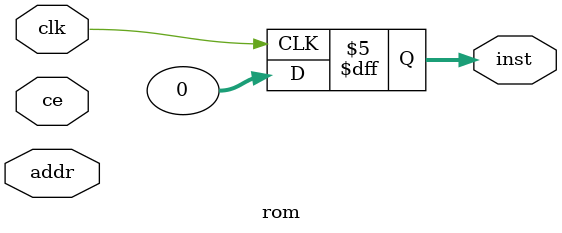
<source format=v>
module rom(
    input wire clk,
    input wire ce,
    input wire[11:0] addr,
    output reg[31:0] inst
);

    always @(posedge clk) begin
        if (ce == 1'b0) begin
            inst <= 32'h00000000; 
        end else begin
            case (addr)
                default: inst <= 32'h00000000;
            endcase
        end
    end

endmodule // rom
</source>
